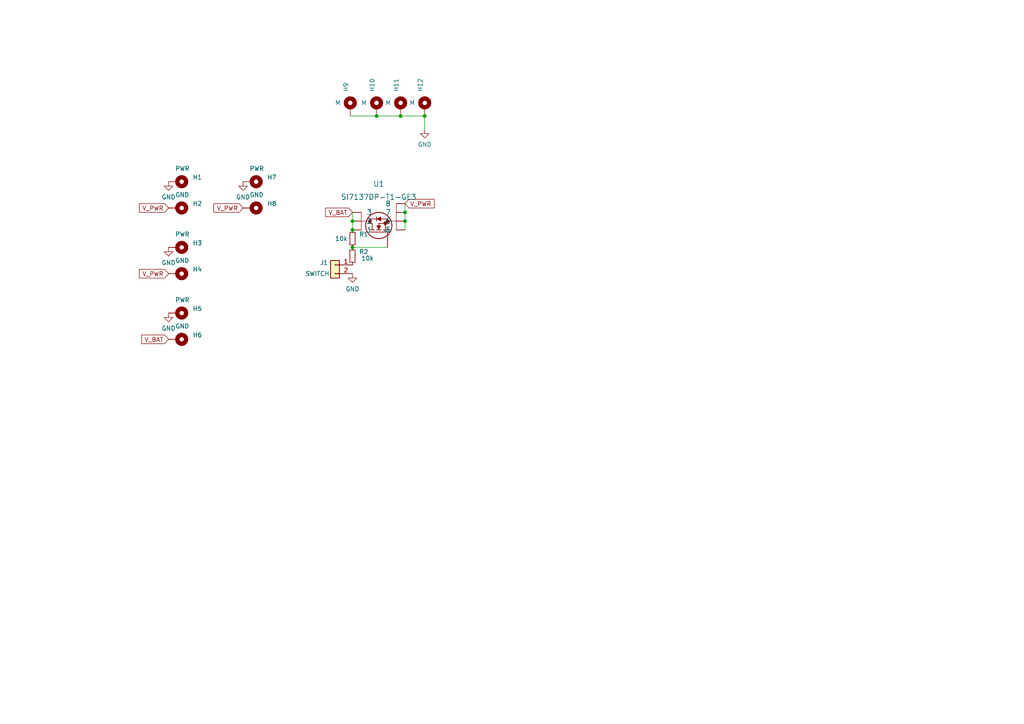
<source format=kicad_sch>
(kicad_sch (version 20211123) (generator eeschema)
  (paper "A4")
  (lib_symbols
    (symbol "Connector_Generic:Conn_01x02" (pin_names (offset 1.016) hide)
      (property "Reference" "J" (at 0 2.54 0))
      (property "Value" "Conn_01x02" (at 0 -5.08 0))
      (symbol "Conn_01x02_1_1"
        (rectangle (start -1.27 -2.413) (end 0 -2.667) (stroke (width 0.1524)))
        (rectangle (start -1.27 0.127) (end 0 -0.127) (stroke (width 0.1524)))
        (rectangle (start -1.27 1.27) (end 1.27 -3.81) (stroke (width 0.254)) (fill (type background)))
        (pin passive line (at -5.08 0 0) (length 3.81) (name "Pin_1") (number "1"))
        (pin passive line (at -5.08 -2.54 0) (length 3.81) (name "Pin_2") (number "2"))
      )
    )
    (symbol "Device:R_Small" (pin_numbers hide) (pin_names (offset 0.254) hide)
      (property "Reference" "R" (at 0.762 0.508 0))
      (property "Value" "R_Small" (at 0.762 -1.016 0))
      (symbol "R_Small_0_1"
        (rectangle (start -0.762 1.778) (end 0.762 -1.778) (stroke (width 0.2032)))
      )
      (symbol "R_Small_1_1"
        (pin passive line (at 0 2.54 270) (length 0.762) (name "~") (number "1"))
        (pin passive line (at 0 -2.54 90) (length 0.762) (name "~") (number "2"))
      )
    )
    (symbol "Mechanical:MountingHole_Pad" (pin_numbers hide) (pin_names (offset 1.016) hide)
      (property "Reference" "H" (at 0 6.35 0))
      (property "Value" "MountingHole_Pad" (at 0 4.445 0))
      (symbol "MountingHole_Pad_0_1"
        (circle (center 0 1.27) (radius 1.27) (stroke (width 1.27)))
      )
      (symbol "MountingHole_Pad_1_1"
        (pin input line (at 0 -2.54 90) (length 2.54) (name "1") (number "1"))
      )
    )
    (symbol "downloaded_parts:SI7137DP-T1-GE3" (pin_numbers hide) (pin_names (offset 1.524))
      (property "Reference" "U" (at 11.43 4.445 0))
      (property "Value" "SI7137DP-T1-GE3" (at 11.43 -2.54 0))
      (symbol "SI7137DP-T1-GE3_1_1"
        (polyline (pts (xy 2.54 0) (xy 4.445 0)) (stroke (width 0.2032)))
        (polyline (pts (xy 4.445 0) (xy 4.445 5.08)) (stroke (width 0.2032)))
        (polyline (pts (xy 5.08 -2.54) (xy 12.7 -2.54)) (stroke (width 0.127)))
        (polyline (pts (xy 5.08 0) (xy 5.08 1.27)) (stroke (width 0.2032)))
        (polyline (pts (xy 5.08 0.635) (xy 6.985 0.635)) (stroke (width 0.2032)))
        (polyline (pts (xy 5.08 1.905) (xy 5.08 3.175)) (stroke (width 0.2032)))
        (polyline (pts (xy 5.08 3.81) (xy 5.08 5.08)) (stroke (width 0.2032)))
        (polyline (pts (xy 5.08 4.445) (xy 6.985 4.445)) (stroke (width 0.2032)))
        (polyline (pts (xy 5.08 7.62) (xy 10.16 7.62)) (stroke (width 0.127)))
        (polyline (pts (xy 6.35 2.54) (xy 6.985 2.54)) (stroke (width 0.2032)))
        (polyline (pts (xy 6.985 0) (xy 6.985 2.54)) (stroke (width 0.2032)))
        (polyline (pts (xy 6.985 0) (xy 8.255 0)) (stroke (width 0.2032)))
        (polyline (pts (xy 6.985 4.445) (xy 6.985 5.08)) (stroke (width 0.2032)))
        (polyline (pts (xy 6.985 5.08) (xy 8.255 5.08)) (stroke (width 0.2032)))
        (polyline (pts (xy 7.62 -2.54) (xy 7.6454 0)) (stroke (width 0.127)))
        (polyline (pts (xy 7.62 7.62) (xy 7.6454 5.08)) (stroke (width 0.127)))
        (polyline (pts (xy 8.255 0) (xy 8.255 1.905)) (stroke (width 0.2032)))
        (polyline (pts (xy 8.255 3.175) (xy 8.255 5.08)) (stroke (width 0.2032)))
        (polyline (pts (xy 8.89 3.175) (xy 7.62 3.175)) (stroke (width 0.2032)))
        (polyline (pts (xy 6.35 3.175) (xy 5.08 2.54) (xy 6.35 1.905) (xy 6.35 3.175)) (stroke (width 0.0254)) (fill (type outline)))
        (polyline (pts (xy 8.89 1.905) (xy 7.62 1.905) (xy 8.255 3.175) (xy 8.89 1.905)) (stroke (width 0.0254)) (fill (type outline)))
        (circle (center 6.35 2.54) (radius 3.81) (stroke (width 0.254)))
        (circle (center 6.985 0.635) (radius 0.0254) (stroke (width 0.508)))
        (circle (center 7.62 0) (radius 0.0254) (stroke (width 0.508)))
        (circle (center 7.62 5.08) (radius 0.0254) (stroke (width 0.508)))
        (pin unspecified line (at 5.08 10.16 270) (length 2.54) (name "1") (number "1"))
        (pin unspecified line (at 7.62 10.16 270) (length 2.54) (name "2") (number "2"))
        (pin unspecified line (at 10.16 10.16 270) (length 2.54) (name "3") (number "3"))
        (pin unspecified line (at 0 0 0) (length 2.54) (name "4") (number "4"))
        (pin unspecified line (at 5.08 -5.08 90) (length 2.54) (name "5") (number "5"))
        (pin unspecified line (at 7.62 -5.08 90) (length 2.54) (name "6") (number "6"))
        (pin unspecified line (at 10.16 -5.08 90) (length 2.54) (name "7") (number "7"))
        (pin unspecified line (at 12.7 -5.08 90) (length 2.54) (name "8") (number "8"))
      )
    )
    (symbol "power:GND" (power) (pin_names (offset 0))
      (property "Value" "GND" (at 0 -3.81 0))
      (symbol "GND_0_1"
        (polyline (pts (xy 0 0) (xy 0 -1.27) (xy 1.27 -1.27) (xy 0 -2.54) (xy -1.27 -1.27) (xy 0 -1.27)))
      )
      (symbol "GND_1_1"
        (pin power_in line (at 0 0 270) (length 0) hide (name "GND") (number "1"))
      )
    )
  )
  (junction (at 102.235 64.135))
  (junction (at 117.475 64.135))
  (junction (at 116.205 33.655))
  (junction (at 102.235 71.755))
  (junction (at 102.235 66.675))
  (junction (at 123.19 33.655))
  (junction (at 117.475 61.595))
  (junction (at 109.22 33.655))
  (wire (pts (xy 102.235 71.755) (xy 112.395 71.755)))
  (wire (pts (xy 102.235 64.135) (xy 102.235 66.675)))
  (wire (pts (xy 102.235 61.595) (xy 102.235 64.135)))
  (wire (pts (xy 117.475 59.055) (xy 117.475 61.595)))
  (wire (pts (xy 117.475 64.135) (xy 117.475 66.675)))
  (wire (pts (xy 117.475 61.595) (xy 117.475 64.135)))
  (wire (pts (xy 123.19 33.655) (xy 123.19 37.465)))
  (wire (pts (xy 116.205 33.655) (xy 123.19 33.655)))
  (wire (pts (xy 109.22 33.655) (xy 116.205 33.655)))
  (wire (pts (xy 101.6 33.655) (xy 109.22 33.655)))
  (global_label "V_BAT" (shape input) (at 48.895 98.425 180) (property "Intersheet References" "${INTERSHEET_REFS}" (effects hide)))
  (global_label "V_PWR" (shape input) (at 48.895 79.375 180) (property "Intersheet References" "${INTERSHEET_REFS}" (effects hide)))
  (global_label "V_BAT" (shape input) (at 102.235 61.595 180) (property "Intersheet References" "${INTERSHEET_REFS}" (effects hide)))
  (global_label "V_PWR" (shape input) (at 70.485 60.325 180) (property "Intersheet References" "${INTERSHEET_REFS}" (effects hide)))
  (global_label "V_PWR" (shape input) (at 48.895 60.325 180) (property "Intersheet References" "${INTERSHEET_REFS}" (effects hide)))
  (global_label "V_PWR" (shape input) (at 117.475 59.055 0) (property "Intersheet References" "${INTERSHEET_REFS}" (effects hide)))
  (symbol (lib_id "Mechanical:MountingHole_Pad") (at 51.435 98.425 270) (unit 1)
    (property "Reference" "H6" (at 55.88 97.1549 90) (effects (justify left)))
    (property "Value" "GND" (at 50.8 94.615 90) (effects (justify left)))
    (property "Footprint" "MountingHole:MountingHole_4.3mm_M4_Pad_Via" (effects hide))
  )
  (symbol (lib_id "Mechanical:MountingHole_Pad") (at 51.435 79.375 270) (unit 1)
    (property "Reference" "H4" (at 55.88 78.1049 90) (effects (justify left)))
    (property "Value" "GND" (at 50.8 75.565 90) (effects (justify left)))
    (property "Footprint" "MountingHole:MountingHole_4.3mm_M4_Pad_Via" (effects hide))
  )
  (symbol (lib_id "Mechanical:MountingHole_Pad") (at 51.435 52.705 270) (unit 1)
    (property "Reference" "H1" (at 55.88 51.4349 90) (effects (justify left)))
    (property "Value" "PWR" (at 50.8 48.895 90) (effects (justify left)))
    (property "Footprint" "MountingHole:MountingHole_4.3mm_M4_Pad_Via" (effects hide))
  )
  (symbol (lib_id "Mechanical:MountingHole_Pad") (at 101.6 31.115 0) (unit 1)
    (property "Reference" "H9" (at 100.3299 26.67 90) (effects (justify left)))
    (property "Value" "M" (at 97.155 29.845 0) (effects (justify left)))
    (property "Footprint" "MountingHole:MountingHole_3.2mm_M3_DIN965_Pad" (effects hide))
  )
  (symbol (lib_id "Mechanical:MountingHole_Pad") (at 116.205 31.115 0) (unit 1)
    (property "Reference" "H11" (at 114.9349 26.67 90) (effects (justify left)))
    (property "Value" "M" (at 111.76 29.845 0) (effects (justify left)))
    (property "Footprint" "MountingHole:MountingHole_3.2mm_M3_DIN965_Pad" (effects hide))
  )
  (symbol (lib_id "Mechanical:MountingHole_Pad") (at 109.22 31.115 0) (unit 1)
    (property "Reference" "H10" (at 107.9499 26.67 90) (effects (justify left)))
    (property "Value" "M" (at 104.775 29.845 0) (effects (justify left)))
    (property "Footprint" "MountingHole:MountingHole_3.2mm_M3_DIN965_Pad" (effects hide))
  )
  (symbol (lib_id "power:GND") (at 102.235 79.375 0) (unit 1)
    (property "Reference" "#PWR0106" (effects hide))
    (property "Value" "GND" (at 102.235 83.82 0))
  )
  (symbol (lib_id "Mechanical:MountingHole_Pad") (at 51.435 90.805 270) (unit 1)
    (property "Reference" "H5" (at 55.88 89.5349 90) (effects (justify left)))
    (property "Value" "PWR" (at 50.8 86.995 90) (effects (justify left)))
    (property "Footprint" "MountingHole:MountingHole_4.3mm_M4_Pad_Via" (effects hide))
  )
  (symbol (lib_id "Mechanical:MountingHole_Pad") (at 73.025 52.705 270) (unit 1)
    (property "Reference" "H7" (at 77.47 51.4349 90) (effects (justify left)))
    (property "Value" "PWR" (at 72.39 48.895 90) (effects (justify left)))
    (property "Footprint" "MountingHole:MountingHole_4.3mm_M4_Pad_Via" (effects hide))
  )
  (symbol (lib_id "Mechanical:MountingHole_Pad") (at 51.435 60.325 270) (unit 1)
    (property "Reference" "H2" (at 55.88 59.0549 90) (effects (justify left)))
    (property "Value" "GND" (at 50.8 56.515 90) (effects (justify left)))
    (property "Footprint" "MountingHole:MountingHole_4.3mm_M4_Pad_Via" (effects hide))
  )
  (symbol (lib_id "Mechanical:MountingHole_Pad") (at 123.19 31.115 0) (unit 1)
    (property "Reference" "H12" (at 121.9199 26.67 90) (effects (justify left)))
    (property "Value" "M" (at 118.745 29.845 0) (effects (justify left)))
    (property "Footprint" "MountingHole:MountingHole_3.2mm_M3_DIN965_Pad" (effects hide))
  )
  (symbol (lib_id "Mechanical:MountingHole_Pad") (at 73.025 60.325 270) (unit 1)
    (property "Reference" "H8" (at 77.47 59.0549 90) (effects (justify left)))
    (property "Value" "GND" (at 72.39 56.515 90) (effects (justify left)))
    (property "Footprint" "MountingHole:MountingHole_4.3mm_M4_Pad_Via" (effects hide))
  )
  (symbol (lib_id "downloaded_parts:SI7137DP-T1-GE3") (at 112.395 71.755 90) (unit 1)
    (property "Reference" "U1" (at 109.855 53.34 90) (effects (font (size 1.524 1.524))))
    (property "Value" "SI7137DP-T1-GE3" (at 109.855 57.15 90) (effects (font (size 1.524 1.524))))
    (property "Footprint" "downloaded_parts:SI7137DP-T1-GE3" (effects hide))
  )
  (symbol (lib_id "power:GND") (at 48.895 90.805 0) (unit 1)
    (property "Reference" "#PWR0104" (effects hide))
    (property "Value" "GND" (at 48.895 95.25 0))
  )
  (symbol (lib_id "power:GND") (at 123.19 37.465 0) (unit 1)
    (property "Reference" "#PWR0105" (effects hide))
    (property "Value" "GND" (at 123.19 41.91 0))
  )
  (symbol (lib_id "Device:R_Small") (at 102.235 74.295 0) (unit 1)
    (property "Reference" "R2" (at 104.14 73.0249 0) (effects (justify left)))
    (property "Value" "10k" (at 104.775 74.93 0) (effects (justify left)))
    (property "Footprint" "Resistor_SMD:R_0805_2012Metric" (effects hide))
  )
  (symbol (lib_id "power:GND") (at 70.485 52.705 0) (unit 1)
    (property "Reference" "#PWR0102" (effects hide))
    (property "Value" "GND" (at 70.485 57.15 0))
  )
  (symbol (lib_id "Connector_Generic:Conn_01x02") (at 97.155 76.835 0) (mirror y) (unit 1)
    (property "Reference" "J1" (at 93.98 76.2 0))
    (property "Value" "SWITCH" (at 92.075 79.375 0))
    (property "Footprint" "Connector_PinHeader_2.54mm:PinHeader_1x02_P2.54mm_Vertical" (effects hide))
  )
  (symbol (lib_id "Mechanical:MountingHole_Pad") (at 51.435 71.755 270) (unit 1)
    (property "Reference" "H3" (at 55.88 70.4849 90) (effects (justify left)))
    (property "Value" "PWR" (at 50.8 67.945 90) (effects (justify left)))
    (property "Footprint" "MountingHole:MountingHole_4.3mm_M4_Pad_Via" (effects hide))
  )
  (symbol (lib_id "power:GND") (at 48.895 52.705 0) (unit 1)
    (property "Reference" "#PWR0101" (effects hide))
    (property "Value" "GND" (at 48.895 57.15 0))
  )
  (symbol (lib_id "Device:R_Small") (at 102.235 69.215 0) (unit 1)
    (property "Reference" "R1" (at 104.14 67.9449 0) (effects (justify left)))
    (property "Value" "10k" (at 97.155 69.215 0) (effects (justify left)))
    (property "Footprint" "Resistor_SMD:R_0805_2012Metric" (effects hide))
  )
  (symbol (lib_id "power:GND") (at 48.895 71.755 0) (unit 1)
    (property "Reference" "#PWR0103" (effects hide))
    (property "Value" "GND" (at 48.895 76.2 0))
  )
)
</source>
